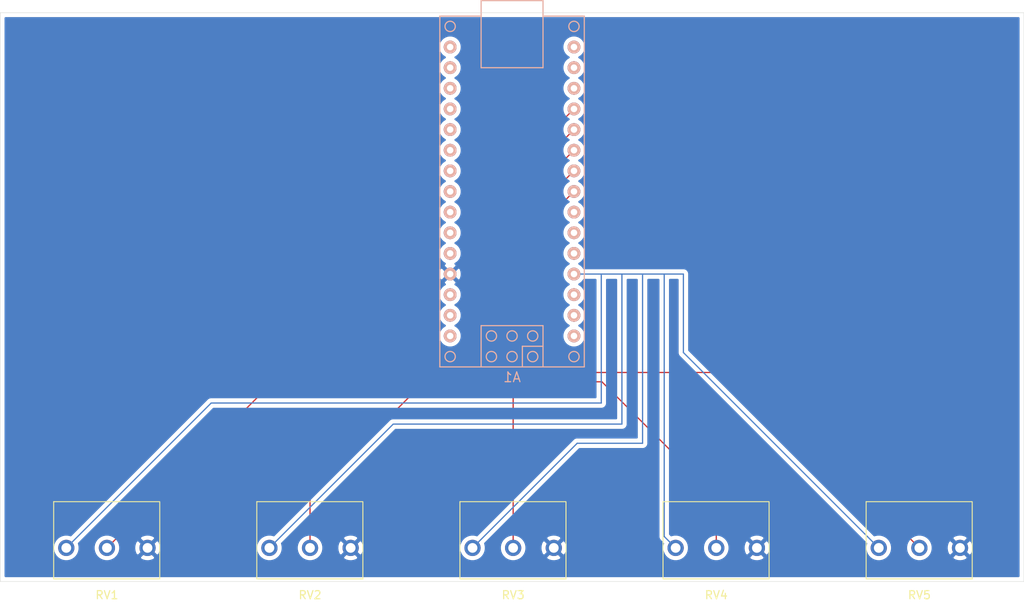
<source format=kicad_pcb>
(kicad_pcb (version 20171130) (host pcbnew "(5.1.10)-1")

  (general
    (thickness 1.6)
    (drawings 8)
    (tracks 49)
    (zones 0)
    (modules 6)
    (nets 31)
  )

  (page A4)
  (layers
    (0 F.Cu signal)
    (31 B.Cu power)
    (36 B.SilkS user)
    (37 F.SilkS user)
    (38 B.Mask user)
    (39 F.Mask user)
    (41 Cmts.User user)
    (44 Edge.Cuts user)
    (45 Margin user)
    (46 B.CrtYd user)
    (47 F.CrtYd user)
  )

  (setup
    (last_trace_width 0.1524)
    (trace_clearance 0.1524)
    (zone_clearance 0.508)
    (zone_45_only no)
    (trace_min 0.1524)
    (via_size 0.6858)
    (via_drill 0.254)
    (via_min_size 0.508)
    (via_min_drill 0.254)
    (uvia_size 0.381)
    (uvia_drill 0.254)
    (uvias_allowed no)
    (uvia_min_size 0.2)
    (uvia_min_drill 0.1)
    (edge_width 0.05)
    (segment_width 0.2)
    (pcb_text_width 0.3)
    (pcb_text_size 1.5 1.5)
    (mod_edge_width 0.12)
    (mod_text_size 1 1)
    (mod_text_width 0.15)
    (pad_size 1.524 1.524)
    (pad_drill 0.762)
    (pad_to_mask_clearance 0.0508)
    (aux_axis_origin 0 0)
    (visible_elements 7FFFFFFF)
    (pcbplotparams
      (layerselection 0x010fc_ffffffff)
      (usegerberextensions false)
      (usegerberattributes true)
      (usegerberadvancedattributes true)
      (creategerberjobfile true)
      (excludeedgelayer true)
      (linewidth 0.100000)
      (plotframeref false)
      (viasonmask false)
      (mode 1)
      (useauxorigin false)
      (hpglpennumber 1)
      (hpglpenspeed 20)
      (hpglpendiameter 15.000000)
      (psnegative false)
      (psa4output false)
      (plotreference true)
      (plotvalue true)
      (plotinvisibletext false)
      (padsonsilk false)
      (subtractmaskfromsilk false)
      (outputformat 1)
      (mirror false)
      (drillshape 1)
      (scaleselection 1)
      (outputdirectory ""))
  )

  (net 0 "")
  (net 1 "Net-(A1-Pad30)")
  (net 2 "Net-(A1-Pad1)")
  (net 3 "Net-(A1-Pad29)")
  (net 4 "Net-(A1-Pad2)")
  (net 5 "Net-(A1-Pad28)")
  (net 6 "Net-(A1-Pad3)")
  (net 7 PWR)
  (net 8 GND)
  (net 9 "Net-(A1-Pad26)")
  (net 10 "Net-(A1-Pad5)")
  (net 11 "Net-(A1-Pad25)")
  (net 12 "Net-(A1-Pad6)")
  (net 13 "Net-(A1-Pad24)")
  (net 14 "Net-(A1-Pad7)")
  (net 15 "Net-(A1-Pad23)")
  (net 16 "Net-(A1-Pad8)")
  (net 17 "Net-(A1-Pad22)")
  (net 18 "Net-(A1-Pad9)")
  (net 19 "Net-(A1-Pad21)")
  (net 20 "Net-(A1-Pad10)")
  (net 21 "Net-(A1-Pad20)")
  (net 22 "Net-(A1-Pad11)")
  (net 23 "Net-(A1-Pad19)")
  (net 24 "Net-(A1-Pad12)")
  (net 25 "Net-(A1-Pad18)")
  (net 26 "Net-(A1-Pad13)")
  (net 27 "Net-(A1-Pad17)")
  (net 28 "Net-(A1-Pad14)")
  (net 29 "Net-(A1-Pad16)")
  (net 30 "Net-(A1-Pad15)")

  (net_class Default "This is the default net class."
    (clearance 0.1524)
    (trace_width 0.1524)
    (via_dia 0.6858)
    (via_drill 0.254)
    (uvia_dia 0.381)
    (uvia_drill 0.254)
    (add_net GND)
    (add_net "Net-(A1-Pad1)")
    (add_net "Net-(A1-Pad10)")
    (add_net "Net-(A1-Pad11)")
    (add_net "Net-(A1-Pad12)")
    (add_net "Net-(A1-Pad13)")
    (add_net "Net-(A1-Pad14)")
    (add_net "Net-(A1-Pad15)")
    (add_net "Net-(A1-Pad16)")
    (add_net "Net-(A1-Pad17)")
    (add_net "Net-(A1-Pad18)")
    (add_net "Net-(A1-Pad19)")
    (add_net "Net-(A1-Pad2)")
    (add_net "Net-(A1-Pad20)")
    (add_net "Net-(A1-Pad21)")
    (add_net "Net-(A1-Pad22)")
    (add_net "Net-(A1-Pad23)")
    (add_net "Net-(A1-Pad24)")
    (add_net "Net-(A1-Pad25)")
    (add_net "Net-(A1-Pad26)")
    (add_net "Net-(A1-Pad28)")
    (add_net "Net-(A1-Pad29)")
    (add_net "Net-(A1-Pad3)")
    (add_net "Net-(A1-Pad30)")
    (add_net "Net-(A1-Pad5)")
    (add_net "Net-(A1-Pad6)")
    (add_net "Net-(A1-Pad7)")
    (add_net "Net-(A1-Pad8)")
    (add_net "Net-(A1-Pad9)")
    (add_net PWR)
  )

  (module libraries:arduino_nano locked (layer B.Cu) (tedit 5998B34A) (tstamp 60948343)
    (at 140.2008 72.9728 90)
    (path /60931B0C)
    (fp_text reference A1 (at -22.86 0) (layer B.SilkS)
      (effects (font (size 1.2 1.2) (thickness 0.15)) (justify mirror))
    )
    (fp_text value Arduino_Nano_v3 (at 0 0 270) (layer B.Fab)
      (effects (font (size 1.2 1.2) (thickness 0.15)) (justify mirror))
    )
    (fp_line (start 21.59 -3.81) (end 21.59 -8.89) (layer B.SilkS) (width 0.15))
    (fp_line (start 21.59 8.89) (end 21.59 3.81) (layer B.SilkS) (width 0.15))
    (fp_line (start 23.495 3.81) (end 23.495 -3.81) (layer B.SilkS) (width 0.15))
    (fp_line (start 23.495 -3.81) (end 15.24 -3.81) (layer B.SilkS) (width 0.15))
    (fp_line (start 15.24 -3.81) (end 15.24 3.81) (layer B.SilkS) (width 0.15))
    (fp_line (start 15.24 3.81) (end 23.495 3.81) (layer B.SilkS) (width 0.15))
    (fp_circle (center -20.32 0) (end -19.685 0) (layer B.SilkS) (width 0.15))
    (fp_circle (center -20.32 -2.54) (end -19.685 -2.54) (layer B.SilkS) (width 0.15))
    (fp_circle (center -17.78 -2.54) (end -17.145 -2.54) (layer B.SilkS) (width 0.15))
    (fp_circle (center -17.78 0) (end -17.145 0) (layer B.SilkS) (width 0.15))
    (fp_circle (center -17.78 2.54) (end -17.145 2.54) (layer B.SilkS) (width 0.15))
    (fp_circle (center -20.32 2.54) (end -20.32 1.905) (layer B.SilkS) (width 0.15))
    (fp_circle (center 20.32 -7.62) (end 20.955 -7.62) (layer B.SilkS) (width 0.15))
    (fp_circle (center 20.32 7.62) (end 20.955 7.62) (layer B.SilkS) (width 0.15))
    (fp_circle (center -20.32 -7.62) (end -19.685 -7.62) (layer B.SilkS) (width 0.15))
    (fp_circle (center -20.32 7.62) (end -19.685 7.62) (layer B.SilkS) (width 0.15))
    (fp_line (start -19.05 3.81) (end -19.05 1.27) (layer B.SilkS) (width 0.15))
    (fp_line (start -19.05 1.27) (end -21.59 1.27) (layer B.SilkS) (width 0.15))
    (fp_line (start -16.51 3.81) (end -21.59 3.81) (layer B.SilkS) (width 0.15))
    (fp_line (start -21.59 -3.81) (end -16.51 -3.81) (layer B.SilkS) (width 0.15))
    (fp_line (start -16.51 -3.81) (end -16.51 3.81) (layer B.SilkS) (width 0.15))
    (fp_line (start -21.59 8.89) (end -21.59 -8.89) (layer B.SilkS) (width 0.15))
    (fp_line (start -21.59 -8.89) (end 21.59 -8.89) (layer B.SilkS) (width 0.15))
    (fp_line (start 21.59 8.89) (end -21.59 8.89) (layer B.SilkS) (width 0.15))
    (pad 30 thru_hole circle (at -17.78 7.62 90) (size 1.5748 1.5748) (drill 0.8) (layers *.Cu *.Mask B.SilkS)
      (net 1 "Net-(A1-Pad30)"))
    (pad 1 thru_hole circle (at -17.78 -7.62 90) (size 1.5748 1.5748) (drill 0.8) (layers *.Cu *.Mask B.SilkS)
      (net 2 "Net-(A1-Pad1)"))
    (pad 29 thru_hole circle (at -15.24 7.62 90) (size 1.5748 1.5748) (drill 0.8) (layers *.Cu *.Mask B.SilkS)
      (net 3 "Net-(A1-Pad29)"))
    (pad 2 thru_hole circle (at -15.24 -7.62 90) (size 1.5748 1.5748) (drill 0.8) (layers *.Cu *.Mask B.SilkS)
      (net 4 "Net-(A1-Pad2)"))
    (pad 28 thru_hole circle (at -12.7 7.62 90) (size 1.5748 1.5748) (drill 0.8) (layers *.Cu *.Mask B.SilkS)
      (net 5 "Net-(A1-Pad28)"))
    (pad 3 thru_hole circle (at -12.7 -7.62 90) (size 1.5748 1.5748) (drill 0.8) (layers *.Cu *.Mask B.SilkS)
      (net 6 "Net-(A1-Pad3)"))
    (pad 27 thru_hole circle (at -10.16 7.62 90) (size 1.5748 1.5748) (drill 0.8) (layers *.Cu *.Mask B.SilkS)
      (net 7 PWR))
    (pad 4 thru_hole circle (at -10.16 -7.62 90) (size 1.5748 1.5748) (drill 0.8) (layers *.Cu *.Mask B.SilkS)
      (net 8 GND))
    (pad 26 thru_hole circle (at -7.62 7.62 90) (size 1.5748 1.5748) (drill 0.8) (layers *.Cu *.Mask B.SilkS)
      (net 9 "Net-(A1-Pad26)"))
    (pad 5 thru_hole circle (at -7.62 -7.62 90) (size 1.5748 1.5748) (drill 0.8) (layers *.Cu *.Mask B.SilkS)
      (net 10 "Net-(A1-Pad5)"))
    (pad 25 thru_hole circle (at -5.08 7.62 90) (size 1.5748 1.5748) (drill 0.8) (layers *.Cu *.Mask B.SilkS)
      (net 11 "Net-(A1-Pad25)"))
    (pad 6 thru_hole circle (at -5.08 -7.62 90) (size 1.5748 1.5748) (drill 0.8) (layers *.Cu *.Mask B.SilkS)
      (net 12 "Net-(A1-Pad6)"))
    (pad 24 thru_hole circle (at -2.54 7.62 90) (size 1.5748 1.5748) (drill 0.8) (layers *.Cu *.Mask B.SilkS)
      (net 13 "Net-(A1-Pad24)"))
    (pad 7 thru_hole circle (at -2.54 -7.62 90) (size 1.5748 1.5748) (drill 0.8) (layers *.Cu *.Mask B.SilkS)
      (net 14 "Net-(A1-Pad7)"))
    (pad 23 thru_hole circle (at 0 7.62 90) (size 1.5748 1.5748) (drill 0.8) (layers *.Cu *.Mask B.SilkS)
      (net 15 "Net-(A1-Pad23)"))
    (pad 8 thru_hole circle (at 0 -7.62 90) (size 1.5748 1.5748) (drill 0.8) (layers *.Cu *.Mask B.SilkS)
      (net 16 "Net-(A1-Pad8)"))
    (pad 22 thru_hole circle (at 2.54 7.62 90) (size 1.5748 1.5748) (drill 0.8) (layers *.Cu *.Mask B.SilkS)
      (net 17 "Net-(A1-Pad22)"))
    (pad 9 thru_hole circle (at 2.54 -7.62 90) (size 1.5748 1.5748) (drill 0.8) (layers *.Cu *.Mask B.SilkS)
      (net 18 "Net-(A1-Pad9)"))
    (pad 21 thru_hole circle (at 5.08 7.62 90) (size 1.5748 1.5748) (drill 0.8) (layers *.Cu *.Mask B.SilkS)
      (net 19 "Net-(A1-Pad21)"))
    (pad 10 thru_hole circle (at 5.08 -7.62 90) (size 1.5748 1.5748) (drill 0.8) (layers *.Cu *.Mask B.SilkS)
      (net 20 "Net-(A1-Pad10)"))
    (pad 20 thru_hole circle (at 7.62 7.62 90) (size 1.5748 1.5748) (drill 0.8) (layers *.Cu *.Mask B.SilkS)
      (net 21 "Net-(A1-Pad20)"))
    (pad 11 thru_hole circle (at 7.62 -7.62 90) (size 1.5748 1.5748) (drill 0.8) (layers *.Cu *.Mask B.SilkS)
      (net 22 "Net-(A1-Pad11)"))
    (pad 19 thru_hole circle (at 10.16 7.62 90) (size 1.5748 1.5748) (drill 0.8) (layers *.Cu *.Mask B.SilkS)
      (net 23 "Net-(A1-Pad19)"))
    (pad 12 thru_hole circle (at 10.16 -7.62 90) (size 1.5748 1.5748) (drill 0.8) (layers *.Cu *.Mask B.SilkS)
      (net 24 "Net-(A1-Pad12)"))
    (pad 18 thru_hole circle (at 12.7 7.62 90) (size 1.5748 1.5748) (drill 0.8) (layers *.Cu *.Mask B.SilkS)
      (net 25 "Net-(A1-Pad18)"))
    (pad 13 thru_hole circle (at 12.7 -7.62 90) (size 1.5748 1.5748) (drill 0.8) (layers *.Cu *.Mask B.SilkS)
      (net 26 "Net-(A1-Pad13)"))
    (pad 17 thru_hole circle (at 15.24 7.62 90) (size 1.5748 1.5748) (drill 0.8) (layers *.Cu *.Mask B.SilkS)
      (net 27 "Net-(A1-Pad17)"))
    (pad 14 thru_hole circle (at 15.24 -7.62 90) (size 1.5748 1.5748) (drill 0.8) (layers *.Cu *.Mask B.SilkS)
      (net 28 "Net-(A1-Pad14)"))
    (pad 16 thru_hole circle (at 17.78 7.62 90) (size 1.5748 1.5748) (drill 0.8) (layers *.Cu *.Mask B.SilkS)
      (net 29 "Net-(A1-Pad16)"))
    (pad 15 thru_hole circle (at 17.78 -7.62 90) (size 1.5748 1.5748) (drill 0.8) (layers *.Cu *.Mask B.SilkS)
      (net 30 "Net-(A1-Pad15)"))
  )

  (module Deej_Mixer:P160KN (layer F.Cu) (tedit 60941FA4) (tstamp 60948352)
    (at 90.335 116.84)
    (path /60874985)
    (fp_text reference RV1 (at 0 5.8) (layer F.SilkS)
      (effects (font (size 1 1) (thickness 0.15)))
    )
    (fp_text value P160KN-0QC15B10K (at 0 -7.5438) (layer F.Fab)
      (effects (font (size 1 1) (thickness 0.15)))
    )
    (fp_line (start -6.25 1.25) (end -6.25 -1.25) (layer F.CrtYd) (width 0.05))
    (fp_line (start 6.25 1.25) (end -6.25 1.25) (layer F.CrtYd) (width 0.05))
    (fp_line (start 6.25 -1.25) (end 6.25 1.25) (layer F.CrtYd) (width 0.05))
    (fp_line (start -6.25 -1.25) (end 6.25 -1.25) (layer F.CrtYd) (width 0.05))
    (fp_line (start 6.5024 3.81) (end -6.4976 3.81) (layer F.SilkS) (width 0.12))
    (fp_line (start -6.5532 -5.69) (end 6.4468 -5.69) (layer F.SilkS) (width 0.12))
    (fp_line (start -6.5532 3.81) (end -6.5532 -5.69) (layer F.SilkS) (width 0.12))
    (fp_line (start 6.5024 3.81) (end 6.5024 -5.69) (layer F.SilkS) (width 0.12))
    (pad 1 thru_hole circle (at -5 0) (size 2 2) (drill 1.2) (layers *.Cu *.Mask)
      (net 7 PWR))
    (pad 2 thru_hole circle (at 0 0) (size 2 2) (drill 1.2) (layers *.Cu *.Mask)
      (net 23 "Net-(A1-Pad19)"))
    (pad 3 thru_hole circle (at 5 0) (size 2 2) (drill 1.2) (layers *.Cu *.Mask)
      (net 8 GND))
  )

  (module Deej_Mixer:P160KN (layer F.Cu) (tedit 60941FA4) (tstamp 60948361)
    (at 115.335 116.84)
    (path /608763A4)
    (fp_text reference RV2 (at 0 5.8) (layer F.SilkS)
      (effects (font (size 1 1) (thickness 0.15)))
    )
    (fp_text value P160KN-0QC15B10K (at 0 -7.5438) (layer F.Fab)
      (effects (font (size 1 1) (thickness 0.15)))
    )
    (fp_line (start 6.5024 3.81) (end 6.5024 -5.69) (layer F.SilkS) (width 0.12))
    (fp_line (start -6.5532 3.81) (end -6.5532 -5.69) (layer F.SilkS) (width 0.12))
    (fp_line (start -6.5532 -5.69) (end 6.4468 -5.69) (layer F.SilkS) (width 0.12))
    (fp_line (start 6.5024 3.81) (end -6.4976 3.81) (layer F.SilkS) (width 0.12))
    (fp_line (start -6.25 -1.25) (end 6.25 -1.25) (layer F.CrtYd) (width 0.05))
    (fp_line (start 6.25 -1.25) (end 6.25 1.25) (layer F.CrtYd) (width 0.05))
    (fp_line (start 6.25 1.25) (end -6.25 1.25) (layer F.CrtYd) (width 0.05))
    (fp_line (start -6.25 1.25) (end -6.25 -1.25) (layer F.CrtYd) (width 0.05))
    (pad 3 thru_hole circle (at 5 0) (size 2 2) (drill 1.2) (layers *.Cu *.Mask)
      (net 8 GND))
    (pad 2 thru_hole circle (at 0 0) (size 2 2) (drill 1.2) (layers *.Cu *.Mask)
      (net 21 "Net-(A1-Pad20)"))
    (pad 1 thru_hole circle (at -5 0) (size 2 2) (drill 1.2) (layers *.Cu *.Mask)
      (net 7 PWR))
  )

  (module Deej_Mixer:P160KN (layer F.Cu) (tedit 60941FA4) (tstamp 60948370)
    (at 140.335 116.84)
    (path /6087653B)
    (fp_text reference RV3 (at 0 5.8) (layer F.SilkS)
      (effects (font (size 1 1) (thickness 0.15)))
    )
    (fp_text value P160KN-0QC15B10K (at 0 -7.5438) (layer F.Fab)
      (effects (font (size 1 1) (thickness 0.15)))
    )
    (fp_line (start -6.25 1.25) (end -6.25 -1.25) (layer F.CrtYd) (width 0.05))
    (fp_line (start 6.25 1.25) (end -6.25 1.25) (layer F.CrtYd) (width 0.05))
    (fp_line (start 6.25 -1.25) (end 6.25 1.25) (layer F.CrtYd) (width 0.05))
    (fp_line (start -6.25 -1.25) (end 6.25 -1.25) (layer F.CrtYd) (width 0.05))
    (fp_line (start 6.5024 3.81) (end -6.4976 3.81) (layer F.SilkS) (width 0.12))
    (fp_line (start -6.5532 -5.69) (end 6.4468 -5.69) (layer F.SilkS) (width 0.12))
    (fp_line (start -6.5532 3.81) (end -6.5532 -5.69) (layer F.SilkS) (width 0.12))
    (fp_line (start 6.5024 3.81) (end 6.5024 -5.69) (layer F.SilkS) (width 0.12))
    (pad 1 thru_hole circle (at -5 0) (size 2 2) (drill 1.2) (layers *.Cu *.Mask)
      (net 7 PWR))
    (pad 2 thru_hole circle (at 0 0) (size 2 2) (drill 1.2) (layers *.Cu *.Mask)
      (net 19 "Net-(A1-Pad21)"))
    (pad 3 thru_hole circle (at 5 0) (size 2 2) (drill 1.2) (layers *.Cu *.Mask)
      (net 8 GND))
  )

  (module Deej_Mixer:P160KN (layer F.Cu) (tedit 60941FA4) (tstamp 6094837F)
    (at 165.335 116.84)
    (path /6087667D)
    (fp_text reference RV4 (at 0 5.8) (layer F.SilkS)
      (effects (font (size 1 1) (thickness 0.15)))
    )
    (fp_text value P160KN-0QC15B10K (at 0 -7.5438) (layer F.Fab)
      (effects (font (size 1 1) (thickness 0.15)))
    )
    (fp_line (start 6.5024 3.81) (end 6.5024 -5.69) (layer F.SilkS) (width 0.12))
    (fp_line (start -6.5532 3.81) (end -6.5532 -5.69) (layer F.SilkS) (width 0.12))
    (fp_line (start -6.5532 -5.69) (end 6.4468 -5.69) (layer F.SilkS) (width 0.12))
    (fp_line (start 6.5024 3.81) (end -6.4976 3.81) (layer F.SilkS) (width 0.12))
    (fp_line (start -6.25 -1.25) (end 6.25 -1.25) (layer F.CrtYd) (width 0.05))
    (fp_line (start 6.25 -1.25) (end 6.25 1.25) (layer F.CrtYd) (width 0.05))
    (fp_line (start 6.25 1.25) (end -6.25 1.25) (layer F.CrtYd) (width 0.05))
    (fp_line (start -6.25 1.25) (end -6.25 -1.25) (layer F.CrtYd) (width 0.05))
    (pad 3 thru_hole circle (at 5 0) (size 2 2) (drill 1.2) (layers *.Cu *.Mask)
      (net 8 GND))
    (pad 2 thru_hole circle (at 0 0) (size 2 2) (drill 1.2) (layers *.Cu *.Mask)
      (net 17 "Net-(A1-Pad22)"))
    (pad 1 thru_hole circle (at -5 0) (size 2 2) (drill 1.2) (layers *.Cu *.Mask)
      (net 7 PWR))
  )

  (module Deej_Mixer:P160KN (layer F.Cu) (tedit 60941FA4) (tstamp 6094838E)
    (at 190.335 116.84)
    (path /608769F4)
    (fp_text reference RV5 (at 0 5.8) (layer F.SilkS)
      (effects (font (size 1 1) (thickness 0.15)))
    )
    (fp_text value P160KN-0QC15B10K (at 0 -7.5438) (layer F.Fab)
      (effects (font (size 1 1) (thickness 0.15)))
    )
    (fp_line (start -6.25 1.25) (end -6.25 -1.25) (layer F.CrtYd) (width 0.05))
    (fp_line (start 6.25 1.25) (end -6.25 1.25) (layer F.CrtYd) (width 0.05))
    (fp_line (start 6.25 -1.25) (end 6.25 1.25) (layer F.CrtYd) (width 0.05))
    (fp_line (start -6.25 -1.25) (end 6.25 -1.25) (layer F.CrtYd) (width 0.05))
    (fp_line (start 6.5024 3.81) (end -6.4976 3.81) (layer F.SilkS) (width 0.12))
    (fp_line (start -6.5532 -5.69) (end 6.4468 -5.69) (layer F.SilkS) (width 0.12))
    (fp_line (start -6.5532 3.81) (end -6.5532 -5.69) (layer F.SilkS) (width 0.12))
    (fp_line (start 6.5024 3.81) (end 6.5024 -5.69) (layer F.SilkS) (width 0.12))
    (pad 1 thru_hole circle (at -5 0) (size 2 2) (drill 1.2) (layers *.Cu *.Mask)
      (net 7 PWR))
    (pad 2 thru_hole circle (at 0 0) (size 2 2) (drill 1.2) (layers *.Cu *.Mask)
      (net 15 "Net-(A1-Pad23)"))
    (pad 3 thru_hole circle (at 5 0) (size 2 2) (drill 1.2) (layers *.Cu *.Mask)
      (net 8 GND))
  )

  (gr_text v1.1 (at 85.09 72.39) (layer F.Cu)
    (effects (font (size 1.5 1.5) (thickness 0.3)))
  )
  (gr_text "deej mixer" (at 88.646 65.786) (layer F.Cu)
    (effects (font (size 1.5 1.5) (thickness 0.3)))
  )
  (gr_text https://github.com/omriharel/deej (at 102.87 69.088) (layer F.Cu)
    (effects (font (size 1.5 1.5) (thickness 0.3)))
  )
  (gr_line (start 203.2008 50.9728) (end 203.2008 120.9728) (layer Edge.Cuts) (width 0.05))
  (gr_line (start 77.2008 50.9728) (end 77.2008 120.9728) (layer Edge.Cuts) (width 0.05))
  (gr_line (start 77.2008 120.9728) (end 203.2008 120.9728) (layer Edge.Cuts) (width 0.05))
  (gr_line (start 77.2008 50.9728) (end 203.2008 50.9728) (layer Edge.Cuts) (width 0.05))
  (dimension 5.658274 (width 0.15) (layer Dwgs.User)
    (gr_text "5.658 mm" (at 90.614391 67.959225 44.09061955) (layer Dwgs.User)
      (effects (font (size 1 1) (thickness 0.15)))
    )
    (feature1 (pts (xy 84.201 65.405) (xy 88.085885 69.415204)))
    (feature2 (pts (xy 88.265 61.468) (xy 92.149885 65.478204)))
    (crossbar (pts (xy 91.741857 65.057013) (xy 87.677857 68.994013)))
    (arrow1a (pts (xy 87.677857 68.994013) (xy 88.078929 67.789006)))
    (arrow1b (pts (xy 87.677857 68.994013) (xy 88.894986 68.631388)))
    (arrow2a (pts (xy 91.741857 65.057013) (xy 90.524728 65.419638)))
    (arrow2b (pts (xy 91.741857 65.057013) (xy 91.340785 66.26202)))
  )

  (segment (start 151.1822 83.1328) (end 151.1822 99.0078) (width 0.1524) (layer B.Cu) (net 7))
  (segment (start 147.8208 83.1328) (end 151.1822 83.1328) (width 0.1524) (layer B.Cu) (net 7))
  (segment (start 103.1672 99.0078) (end 85.335 116.84) (width 0.1524) (layer B.Cu) (net 7))
  (segment (start 151.1822 99.0078) (end 103.1672 99.0078) (width 0.1524) (layer B.Cu) (net 7))
  (segment (start 153.7222 83.1328) (end 153.7222 101.6) (width 0.1524) (layer B.Cu) (net 7))
  (segment (start 151.1822 83.1328) (end 153.7222 83.1328) (width 0.1524) (layer B.Cu) (net 7))
  (segment (start 125.575 101.6) (end 110.335 116.84) (width 0.1524) (layer B.Cu) (net 7))
  (segment (start 153.7222 101.6) (end 125.575 101.6) (width 0.1524) (layer B.Cu) (net 7))
  (segment (start 156.2622 83.1328) (end 156.2622 103.9608) (width 0.1524) (layer B.Cu) (net 7))
  (segment (start 153.7222 83.1328) (end 156.2622 83.1328) (width 0.1524) (layer B.Cu) (net 7))
  (segment (start 148.2142 103.9608) (end 135.335 116.84) (width 0.1524) (layer B.Cu) (net 7))
  (segment (start 156.2622 103.9608) (end 148.2142 103.9608) (width 0.1524) (layer B.Cu) (net 7))
  (segment (start 156.2622 83.1328) (end 158.9292 83.1328) (width 0.1524) (layer B.Cu) (net 7))
  (segment (start 158.9292 115.4342) (end 160.335 116.84) (width 0.1524) (layer B.Cu) (net 7))
  (segment (start 158.9292 83.1328) (end 158.9292 115.4342) (width 0.1524) (layer B.Cu) (net 7))
  (segment (start 158.9292 83.1328) (end 161.29 83.1328) (width 0.1524) (layer B.Cu) (net 7))
  (segment (start 161.29 92.795) (end 185.335 116.84) (width 0.1524) (layer B.Cu) (net 7))
  (segment (start 161.29 83.1328) (end 161.29 92.795) (width 0.1524) (layer B.Cu) (net 7))
  (segment (start 140.335 116.5726) (end 140.7032 116.9408) (width 0.1524) (layer F.Cu) (net 19))
  (segment (start 129.413 96.393) (end 115.335 110.471) (width 0.1524) (layer F.Cu) (net 21))
  (segment (start 115.335 110.471) (end 115.335 116.84) (width 0.1524) (layer F.Cu) (net 21))
  (segment (start 137.795 96.393) (end 129.413 96.393) (width 0.1524) (layer F.Cu) (net 21))
  (segment (start 151.257 96.393) (end 142.875 96.393) (width 0.1524) (layer F.Cu) (net 17) (tstamp 6094994F))
  (segment (start 165.335 110.471) (end 151.257 96.393) (width 0.1524) (layer F.Cu) (net 17) (tstamp 60949953))
  (segment (start 165.335 110.471) (end 165.335 116.84) (width 0.1524) (layer F.Cu) (net 17))
  (segment (start 111.925 95.25) (end 90.335 116.84) (width 0.1524) (layer F.Cu) (net 23))
  (segment (start 135.255 95.25) (end 111.925 95.25) (width 0.1524) (layer F.Cu) (net 23))
  (segment (start 168.745 95.25) (end 145.415 95.25) (width 0.1524) (layer F.Cu) (net 15) (tstamp 6094995C))
  (segment (start 168.745 95.25) (end 190.335 116.84) (width 0.1524) (layer F.Cu) (net 15))
  (segment (start 145.415 75.3786) (end 145.415 76.327) (width 0.1524) (layer F.Cu) (net 15))
  (segment (start 147.8208 72.9728) (end 145.415 75.3786) (width 0.1524) (layer F.Cu) (net 15))
  (segment (start 145.415 76.327) (end 145.415 95.25) (width 0.1524) (layer F.Cu) (net 15))
  (segment (start 145.415 76.2) (end 145.415 76.327) (width 0.1524) (layer F.Cu) (net 15))
  (segment (start 142.875 75.3786) (end 142.875 76.835) (width 0.1524) (layer F.Cu) (net 17))
  (segment (start 142.875 76.835) (end 142.875 96.393) (width 0.1524) (layer F.Cu) (net 17))
  (segment (start 147.8208 70.4328) (end 142.875 75.3786) (width 0.1524) (layer F.Cu) (net 17))
  (segment (start 142.875 76.2) (end 142.875 76.835) (width 0.1524) (layer F.Cu) (net 17))
  (segment (start 147.8208 67.8928) (end 140.335 75.3786) (width 0.1524) (layer F.Cu) (net 19))
  (segment (start 140.335 75.3786) (end 140.335 76.835) (width 0.1524) (layer F.Cu) (net 19))
  (segment (start 140.335 76.835) (end 140.335 116.84) (width 0.1524) (layer F.Cu) (net 19))
  (segment (start 140.335 76.2) (end 140.335 76.835) (width 0.1524) (layer F.Cu) (net 19))
  (segment (start 147.8208 65.3528) (end 137.795 75.3786) (width 0.1524) (layer F.Cu) (net 21))
  (segment (start 137.795 77.597) (end 137.795 96.393) (width 0.1524) (layer F.Cu) (net 21))
  (segment (start 137.795 75.3786) (end 137.795 77.597) (width 0.1524) (layer F.Cu) (net 21))
  (segment (start 137.795 76.2) (end 137.795 77.597) (width 0.1524) (layer F.Cu) (net 21))
  (segment (start 135.255 75.3786) (end 135.255 77.47) (width 0.1524) (layer F.Cu) (net 23))
  (segment (start 147.8208 62.8128) (end 135.255 75.3786) (width 0.1524) (layer F.Cu) (net 23))
  (segment (start 135.255 77.47) (end 135.255 95.25) (width 0.1524) (layer F.Cu) (net 23))
  (segment (start 135.255 76.2) (end 135.255 77.47) (width 0.1524) (layer F.Cu) (net 23))

  (zone (net 8) (net_name GND) (layer B.Cu) (tstamp 0) (hatch edge 0.508)
    (connect_pads (clearance 0.508))
    (min_thickness 0.254)
    (fill yes (arc_segments 32) (thermal_gap 0.508) (thermal_bridge_width 0.508))
    (polygon
      (pts
        (xy 202.946 120.904) (xy 77.216 120.904) (xy 77.216 50.927) (xy 202.946 50.927)
      )
    )
    (filled_polygon
      (pts
        (xy 202.540801 120.3128) (xy 77.8608 120.3128) (xy 77.8608 116.678967) (xy 83.7 116.678967) (xy 83.7 117.001033)
        (xy 83.762832 117.316912) (xy 83.886082 117.614463) (xy 84.065013 117.882252) (xy 84.292748 118.109987) (xy 84.560537 118.288918)
        (xy 84.858088 118.412168) (xy 85.173967 118.475) (xy 85.496033 118.475) (xy 85.811912 118.412168) (xy 86.109463 118.288918)
        (xy 86.377252 118.109987) (xy 86.604987 117.882252) (xy 86.783918 117.614463) (xy 86.907168 117.316912) (xy 86.97 117.001033)
        (xy 86.97 116.678967) (xy 88.7 116.678967) (xy 88.7 117.001033) (xy 88.762832 117.316912) (xy 88.886082 117.614463)
        (xy 89.065013 117.882252) (xy 89.292748 118.109987) (xy 89.560537 118.288918) (xy 89.858088 118.412168) (xy 90.173967 118.475)
        (xy 90.496033 118.475) (xy 90.811912 118.412168) (xy 91.109463 118.288918) (xy 91.377252 118.109987) (xy 91.511826 117.975413)
        (xy 94.379192 117.975413) (xy 94.474956 118.239814) (xy 94.764571 118.380704) (xy 95.076108 118.462384) (xy 95.397595 118.481718)
        (xy 95.716675 118.437961) (xy 96.021088 118.332795) (xy 96.195044 118.239814) (xy 96.290808 117.975413) (xy 95.335 117.019605)
        (xy 94.379192 117.975413) (xy 91.511826 117.975413) (xy 91.604987 117.882252) (xy 91.783918 117.614463) (xy 91.907168 117.316912)
        (xy 91.97 117.001033) (xy 91.97 116.902595) (xy 93.693282 116.902595) (xy 93.737039 117.221675) (xy 93.842205 117.526088)
        (xy 93.935186 117.700044) (xy 94.199587 117.795808) (xy 95.155395 116.84) (xy 95.514605 116.84) (xy 96.470413 117.795808)
        (xy 96.734814 117.700044) (xy 96.875704 117.410429) (xy 96.957384 117.098892) (xy 96.976718 116.777405) (xy 96.932961 116.458325)
        (xy 96.827795 116.153912) (xy 96.734814 115.979956) (xy 96.470413 115.884192) (xy 95.514605 116.84) (xy 95.155395 116.84)
        (xy 94.199587 115.884192) (xy 93.935186 115.979956) (xy 93.794296 116.269571) (xy 93.712616 116.581108) (xy 93.693282 116.902595)
        (xy 91.97 116.902595) (xy 91.97 116.678967) (xy 91.907168 116.363088) (xy 91.783918 116.065537) (xy 91.604987 115.797748)
        (xy 91.511826 115.704587) (xy 94.379192 115.704587) (xy 95.335 116.660395) (xy 96.290808 115.704587) (xy 96.195044 115.440186)
        (xy 95.905429 115.299296) (xy 95.593892 115.217616) (xy 95.272405 115.198282) (xy 94.953325 115.242039) (xy 94.648912 115.347205)
        (xy 94.474956 115.440186) (xy 94.379192 115.704587) (xy 91.511826 115.704587) (xy 91.377252 115.570013) (xy 91.109463 115.391082)
        (xy 90.811912 115.267832) (xy 90.496033 115.205) (xy 90.173967 115.205) (xy 89.858088 115.267832) (xy 89.560537 115.391082)
        (xy 89.292748 115.570013) (xy 89.065013 115.797748) (xy 88.886082 116.065537) (xy 88.762832 116.363088) (xy 88.7 116.678967)
        (xy 86.97 116.678967) (xy 86.907168 116.363088) (xy 86.880963 116.299824) (xy 103.461788 99.719) (xy 151.147264 99.719)
        (xy 151.1822 99.722441) (xy 151.217136 99.719) (xy 151.32162 99.708709) (xy 151.455681 99.668042) (xy 151.579233 99.602002)
        (xy 151.687527 99.513127) (xy 151.776402 99.404833) (xy 151.842442 99.281281) (xy 151.883109 99.14722) (xy 151.896841 99.0078)
        (xy 151.8934 98.972864) (xy 151.8934 83.844) (xy 153.011 83.844) (xy 153.011001 100.8888) (xy 125.609928 100.8888)
        (xy 125.575 100.88536) (xy 125.540071 100.8888) (xy 125.540064 100.8888) (xy 125.43558 100.899091) (xy 125.301518 100.939758)
        (xy 125.177967 101.005798) (xy 125.096809 101.072402) (xy 125.096804 101.072407) (xy 125.069673 101.094673) (xy 125.047407 101.121804)
        (xy 110.875176 115.294037) (xy 110.811912 115.267832) (xy 110.496033 115.205) (xy 110.173967 115.205) (xy 109.858088 115.267832)
        (xy 109.560537 115.391082) (xy 109.292748 115.570013) (xy 109.065013 115.797748) (xy 108.886082 116.065537) (xy 108.762832 116.363088)
        (xy 108.7 116.678967) (xy 108.7 117.001033) (xy 108.762832 117.316912) (xy 108.886082 117.614463) (xy 109.065013 117.882252)
        (xy 109.292748 118.109987) (xy 109.560537 118.288918) (xy 109.858088 118.412168) (xy 110.173967 118.475) (xy 110.496033 118.475)
        (xy 110.811912 118.412168) (xy 111.109463 118.288918) (xy 111.377252 118.109987) (xy 111.604987 117.882252) (xy 111.783918 117.614463)
        (xy 111.907168 117.316912) (xy 111.97 117.001033) (xy 111.97 116.678967) (xy 113.7 116.678967) (xy 113.7 117.001033)
        (xy 113.762832 117.316912) (xy 113.886082 117.614463) (xy 114.065013 117.882252) (xy 114.292748 118.109987) (xy 114.560537 118.288918)
        (xy 114.858088 118.412168) (xy 115.173967 118.475) (xy 115.496033 118.475) (xy 115.811912 118.412168) (xy 116.109463 118.288918)
        (xy 116.377252 118.109987) (xy 116.511826 117.975413) (xy 119.379192 117.975413) (xy 119.474956 118.239814) (xy 119.764571 118.380704)
        (xy 120.076108 118.462384) (xy 120.397595 118.481718) (xy 120.716675 118.437961) (xy 121.021088 118.332795) (xy 121.195044 118.239814)
        (xy 121.290808 117.975413) (xy 120.335 117.019605) (xy 119.379192 117.975413) (xy 116.511826 117.975413) (xy 116.604987 117.882252)
        (xy 116.783918 117.614463) (xy 116.907168 117.316912) (xy 116.97 117.001033) (xy 116.97 116.902595) (xy 118.693282 116.902595)
        (xy 118.737039 117.221675) (xy 118.842205 117.526088) (xy 118.935186 117.700044) (xy 119.199587 117.795808) (xy 120.155395 116.84)
        (xy 120.514605 116.84) (xy 121.470413 117.795808) (xy 121.734814 117.700044) (xy 121.875704 117.410429) (xy 121.957384 117.098892)
        (xy 121.976718 116.777405) (xy 121.932961 116.458325) (xy 121.827795 116.153912) (xy 121.734814 115.979956) (xy 121.470413 115.884192)
        (xy 120.514605 116.84) (xy 120.155395 116.84) (xy 119.199587 115.884192) (xy 118.935186 115.979956) (xy 118.794296 116.269571)
        (xy 118.712616 116.581108) (xy 118.693282 116.902595) (xy 116.97 116.902595) (xy 116.97 116.678967) (xy 116.907168 116.363088)
        (xy 116.783918 116.065537) (xy 116.604987 115.797748) (xy 116.511826 115.704587) (xy 119.379192 115.704587) (xy 120.335 116.660395)
        (xy 121.290808 115.704587) (xy 121.195044 115.440186) (xy 120.905429 115.299296) (xy 120.593892 115.217616) (xy 120.272405 115.198282)
        (xy 119.953325 115.242039) (xy 119.648912 115.347205) (xy 119.474956 115.440186) (xy 119.379192 115.704587) (xy 116.511826 115.704587)
        (xy 116.377252 115.570013) (xy 116.109463 115.391082) (xy 115.811912 115.267832) (xy 115.496033 115.205) (xy 115.173967 115.205)
        (xy 114.858088 115.267832) (xy 114.560537 115.391082) (xy 114.292748 115.570013) (xy 114.065013 115.797748) (xy 113.886082 116.065537)
        (xy 113.762832 116.363088) (xy 113.7 116.678967) (xy 111.97 116.678967) (xy 111.907168 116.363088) (xy 111.880963 116.299824)
        (xy 125.869589 102.3112) (xy 153.687264 102.3112) (xy 153.7222 102.314641) (xy 153.757136 102.3112) (xy 153.86162 102.300909)
        (xy 153.995681 102.260242) (xy 154.119233 102.194202) (xy 154.227527 102.105327) (xy 154.316402 101.997033) (xy 154.382442 101.873481)
        (xy 154.423109 101.73942) (xy 154.436841 101.6) (xy 154.4334 101.565064) (xy 154.4334 83.844) (xy 155.551 83.844)
        (xy 155.551001 103.2496) (xy 148.249125 103.2496) (xy 148.214199 103.24616) (xy 148.179273 103.2496) (xy 148.179264 103.2496)
        (xy 148.07478 103.259891) (xy 147.940719 103.300558) (xy 147.817167 103.366598) (xy 147.736008 103.433203) (xy 147.736004 103.433207)
        (xy 147.708873 103.455473) (xy 147.686607 103.482604) (xy 135.875176 115.294037) (xy 135.811912 115.267832) (xy 135.496033 115.205)
        (xy 135.173967 115.205) (xy 134.858088 115.267832) (xy 134.560537 115.391082) (xy 134.292748 115.570013) (xy 134.065013 115.797748)
        (xy 133.886082 116.065537) (xy 133.762832 116.363088) (xy 133.7 116.678967) (xy 133.7 117.001033) (xy 133.762832 117.316912)
        (xy 133.886082 117.614463) (xy 134.065013 117.882252) (xy 134.292748 118.109987) (xy 134.560537 118.288918) (xy 134.858088 118.412168)
        (xy 135.173967 118.475) (xy 135.496033 118.475) (xy 135.811912 118.412168) (xy 136.109463 118.288918) (xy 136.377252 118.109987)
        (xy 136.604987 117.882252) (xy 136.783918 117.614463) (xy 136.907168 117.316912) (xy 136.97 117.001033) (xy 136.97 116.678967)
        (xy 138.7 116.678967) (xy 138.7 117.001033) (xy 138.762832 117.316912) (xy 138.886082 117.614463) (xy 139.065013 117.882252)
        (xy 139.292748 118.109987) (xy 139.560537 118.288918) (xy 139.858088 118.412168) (xy 140.173967 118.475) (xy 140.496033 118.475)
        (xy 140.811912 118.412168) (xy 141.109463 118.288918) (xy 141.377252 118.109987) (xy 141.511826 117.975413) (xy 144.379192 117.975413)
        (xy 144.474956 118.239814) (xy 144.764571 118.380704) (xy 145.076108 118.462384) (xy 145.397595 118.481718) (xy 145.716675 118.437961)
        (xy 146.021088 118.332795) (xy 146.195044 118.239814) (xy 146.290808 117.975413) (xy 145.335 117.019605) (xy 144.379192 117.975413)
        (xy 141.511826 117.975413) (xy 141.604987 117.882252) (xy 141.783918 117.614463) (xy 141.907168 117.316912) (xy 141.97 117.001033)
        (xy 141.97 116.902595) (xy 143.693282 116.902595) (xy 143.737039 117.221675) (xy 143.842205 117.526088) (xy 143.935186 117.700044)
        (xy 144.199587 117.795808) (xy 145.155395 116.84) (xy 145.514605 116.84) (xy 146.470413 117.795808) (xy 146.734814 117.700044)
        (xy 146.875704 117.410429) (xy 146.957384 117.098892) (xy 146.976718 116.777405) (xy 146.932961 116.458325) (xy 146.827795 116.153912)
        (xy 146.734814 115.979956) (xy 146.470413 115.884192) (xy 145.514605 116.84) (xy 145.155395 116.84) (xy 144.199587 115.884192)
        (xy 143.935186 115.979956) (xy 143.794296 116.269571) (xy 143.712616 116.581108) (xy 143.693282 116.902595) (xy 141.97 116.902595)
        (xy 141.97 116.678967) (xy 141.907168 116.363088) (xy 141.783918 116.065537) (xy 141.604987 115.797748) (xy 141.511826 115.704587)
        (xy 144.379192 115.704587) (xy 145.335 116.660395) (xy 146.290808 115.704587) (xy 146.195044 115.440186) (xy 145.905429 115.299296)
        (xy 145.593892 115.217616) (xy 145.272405 115.198282) (xy 144.953325 115.242039) (xy 144.648912 115.347205) (xy 144.474956 115.440186)
        (xy 144.379192 115.704587) (xy 141.511826 115.704587) (xy 141.377252 115.570013) (xy 141.109463 115.391082) (xy 140.811912 115.267832)
        (xy 140.496033 115.205) (xy 140.173967 115.205) (xy 139.858088 115.267832) (xy 139.560537 115.391082) (xy 139.292748 115.570013)
        (xy 139.065013 115.797748) (xy 138.886082 116.065537) (xy 138.762832 116.363088) (xy 138.7 116.678967) (xy 136.97 116.678967)
        (xy 136.907168 116.363088) (xy 136.880963 116.299824) (xy 148.508789 104.672) (xy 156.227264 104.672) (xy 156.2622 104.675441)
        (xy 156.297136 104.672) (xy 156.40162 104.661709) (xy 156.535681 104.621042) (xy 156.659233 104.555002) (xy 156.767527 104.466127)
        (xy 156.856402 104.357833) (xy 156.922442 104.234281) (xy 156.963109 104.10022) (xy 156.976841 103.9608) (xy 156.9734 103.925864)
        (xy 156.9734 83.844) (xy 158.218 83.844) (xy 158.218001 115.399264) (xy 158.21456 115.4342) (xy 158.228292 115.573619)
        (xy 158.268959 115.707681) (xy 158.334998 115.831232) (xy 158.401603 115.91239) (xy 158.423874 115.939527) (xy 158.45101 115.961797)
        (xy 158.789037 116.299824) (xy 158.762832 116.363088) (xy 158.7 116.678967) (xy 158.7 117.001033) (xy 158.762832 117.316912)
        (xy 158.886082 117.614463) (xy 159.065013 117.882252) (xy 159.292748 118.109987) (xy 159.560537 118.288918) (xy 159.858088 118.412168)
        (xy 160.173967 118.475) (xy 160.496033 118.475) (xy 160.811912 118.412168) (xy 161.109463 118.288918) (xy 161.377252 118.109987)
        (xy 161.604987 117.882252) (xy 161.783918 117.614463) (xy 161.907168 117.316912) (xy 161.97 117.001033) (xy 161.97 116.678967)
        (xy 163.7 116.678967) (xy 163.7 117.001033) (xy 163.762832 117.316912) (xy 163.886082 117.614463) (xy 164.065013 117.882252)
        (xy 164.292748 118.109987) (xy 164.560537 118.288918) (xy 164.858088 118.412168) (xy 165.173967 118.475) (xy 165.496033 118.475)
        (xy 165.811912 118.412168) (xy 166.109463 118.288918) (xy 166.377252 118.109987) (xy 166.511826 117.975413) (xy 169.379192 117.975413)
        (xy 169.474956 118.239814) (xy 169.764571 118.380704) (xy 170.076108 118.462384) (xy 170.397595 118.481718) (xy 170.716675 118.437961)
        (xy 171.021088 118.332795) (xy 171.195044 118.239814) (xy 171.290808 117.975413) (xy 170.335 117.019605) (xy 169.379192 117.975413)
        (xy 166.511826 117.975413) (xy 166.604987 117.882252) (xy 166.783918 117.614463) (xy 166.907168 117.316912) (xy 166.97 117.001033)
        (xy 166.97 116.902595) (xy 168.693282 116.902595) (xy 168.737039 117.221675) (xy 168.842205 117.526088) (xy 168.935186 117.700044)
        (xy 169.199587 117.795808) (xy 170.155395 116.84) (xy 170.514605 116.84) (xy 171.470413 117.795808) (xy 171.734814 117.700044)
        (xy 171.875704 117.410429) (xy 171.957384 117.098892) (xy 171.976718 116.777405) (xy 171.932961 116.458325) (xy 171.827795 116.153912)
        (xy 171.734814 115.979956) (xy 171.470413 115.884192) (xy 170.514605 116.84) (xy 170.155395 116.84) (xy 169.199587 115.884192)
        (xy 168.935186 115.979956) (xy 168.794296 116.269571) (xy 168.712616 116.581108) (xy 168.693282 116.902595) (xy 166.97 116.902595)
        (xy 166.97 116.678967) (xy 166.907168 116.363088) (xy 166.783918 116.065537) (xy 166.604987 115.797748) (xy 166.511826 115.704587)
        (xy 169.379192 115.704587) (xy 170.335 116.660395) (xy 171.290808 115.704587) (xy 171.195044 115.440186) (xy 170.905429 115.299296)
        (xy 170.593892 115.217616) (xy 170.272405 115.198282) (xy 169.953325 115.242039) (xy 169.648912 115.347205) (xy 169.474956 115.440186)
        (xy 169.379192 115.704587) (xy 166.511826 115.704587) (xy 166.377252 115.570013) (xy 166.109463 115.391082) (xy 165.811912 115.267832)
        (xy 165.496033 115.205) (xy 165.173967 115.205) (xy 164.858088 115.267832) (xy 164.560537 115.391082) (xy 164.292748 115.570013)
        (xy 164.065013 115.797748) (xy 163.886082 116.065537) (xy 163.762832 116.363088) (xy 163.7 116.678967) (xy 161.97 116.678967)
        (xy 161.907168 116.363088) (xy 161.783918 116.065537) (xy 161.604987 115.797748) (xy 161.377252 115.570013) (xy 161.109463 115.391082)
        (xy 160.811912 115.267832) (xy 160.496033 115.205) (xy 160.173967 115.205) (xy 159.858088 115.267832) (xy 159.794824 115.294037)
        (xy 159.6404 115.139613) (xy 159.6404 83.844) (xy 160.5788 83.844) (xy 160.578801 92.760064) (xy 160.57536 92.795)
        (xy 160.578801 92.829936) (xy 160.589092 92.93442) (xy 160.629759 93.068481) (xy 160.695799 93.192033) (xy 160.784674 93.300327)
        (xy 160.81181 93.322597) (xy 183.789037 116.299825) (xy 183.762832 116.363088) (xy 183.7 116.678967) (xy 183.7 117.001033)
        (xy 183.762832 117.316912) (xy 183.886082 117.614463) (xy 184.065013 117.882252) (xy 184.292748 118.109987) (xy 184.560537 118.288918)
        (xy 184.858088 118.412168) (xy 185.173967 118.475) (xy 185.496033 118.475) (xy 185.811912 118.412168) (xy 186.109463 118.288918)
        (xy 186.377252 118.109987) (xy 186.604987 117.882252) (xy 186.783918 117.614463) (xy 186.907168 117.316912) (xy 186.97 117.001033)
        (xy 186.97 116.678967) (xy 188.7 116.678967) (xy 188.7 117.001033) (xy 188.762832 117.316912) (xy 188.886082 117.614463)
        (xy 189.065013 117.882252) (xy 189.292748 118.109987) (xy 189.560537 118.288918) (xy 189.858088 118.412168) (xy 190.173967 118.475)
        (xy 190.496033 118.475) (xy 190.811912 118.412168) (xy 191.109463 118.288918) (xy 191.377252 118.109987) (xy 191.511826 117.975413)
        (xy 194.379192 117.975413) (xy 194.474956 118.239814) (xy 194.764571 118.380704) (xy 195.076108 118.462384) (xy 195.397595 118.481718)
        (xy 195.716675 118.437961) (xy 196.021088 118.332795) (xy 196.195044 118.239814) (xy 196.290808 117.975413) (xy 195.335 117.019605)
        (xy 194.379192 117.975413) (xy 191.511826 117.975413) (xy 191.604987 117.882252) (xy 191.783918 117.614463) (xy 191.907168 117.316912)
        (xy 191.97 117.001033) (xy 191.97 116.902595) (xy 193.693282 116.902595) (xy 193.737039 117.221675) (xy 193.842205 117.526088)
        (xy 193.935186 117.700044) (xy 194.199587 117.795808) (xy 195.155395 116.84) (xy 195.514605 116.84) (xy 196.470413 117.795808)
        (xy 196.734814 117.700044) (xy 196.875704 117.410429) (xy 196.957384 117.098892) (xy 196.976718 116.777405) (xy 196.932961 116.458325)
        (xy 196.827795 116.153912) (xy 196.734814 115.979956) (xy 196.470413 115.884192) (xy 195.514605 116.84) (xy 195.155395 116.84)
        (xy 194.199587 115.884192) (xy 193.935186 115.979956) (xy 193.794296 116.269571) (xy 193.712616 116.581108) (xy 193.693282 116.902595)
        (xy 191.97 116.902595) (xy 191.97 116.678967) (xy 191.907168 116.363088) (xy 191.783918 116.065537) (xy 191.604987 115.797748)
        (xy 191.511826 115.704587) (xy 194.379192 115.704587) (xy 195.335 116.660395) (xy 196.290808 115.704587) (xy 196.195044 115.440186)
        (xy 195.905429 115.299296) (xy 195.593892 115.217616) (xy 195.272405 115.198282) (xy 194.953325 115.242039) (xy 194.648912 115.347205)
        (xy 194.474956 115.440186) (xy 194.379192 115.704587) (xy 191.511826 115.704587) (xy 191.377252 115.570013) (xy 191.109463 115.391082)
        (xy 190.811912 115.267832) (xy 190.496033 115.205) (xy 190.173967 115.205) (xy 189.858088 115.267832) (xy 189.560537 115.391082)
        (xy 189.292748 115.570013) (xy 189.065013 115.797748) (xy 188.886082 116.065537) (xy 188.762832 116.363088) (xy 188.7 116.678967)
        (xy 186.97 116.678967) (xy 186.907168 116.363088) (xy 186.783918 116.065537) (xy 186.604987 115.797748) (xy 186.377252 115.570013)
        (xy 186.109463 115.391082) (xy 185.811912 115.267832) (xy 185.496033 115.205) (xy 185.173967 115.205) (xy 184.858088 115.267832)
        (xy 184.794825 115.294037) (xy 162.0012 92.500413) (xy 162.0012 83.167736) (xy 162.004641 83.1328) (xy 161.990909 82.99338)
        (xy 161.950242 82.859319) (xy 161.884202 82.735767) (xy 161.795327 82.627473) (xy 161.687033 82.538598) (xy 161.563481 82.472558)
        (xy 161.42942 82.431891) (xy 161.324936 82.4216) (xy 161.29 82.418159) (xy 161.255064 82.4216) (xy 158.964136 82.4216)
        (xy 158.9292 82.418159) (xy 158.894264 82.4216) (xy 156.297136 82.4216) (xy 156.2622 82.418159) (xy 156.227264 82.4216)
        (xy 153.757136 82.4216) (xy 153.7222 82.418159) (xy 153.687264 82.4216) (xy 151.217136 82.4216) (xy 151.1822 82.418159)
        (xy 151.147264 82.4216) (xy 149.056297 82.4216) (xy 148.92565 82.226073) (xy 148.727527 82.02795) (xy 148.494559 81.872286)
        (xy 148.471658 81.8628) (xy 148.494559 81.853314) (xy 148.727527 81.69765) (xy 148.92565 81.499527) (xy 149.081314 81.266559)
        (xy 149.188538 81.007699) (xy 149.2432 80.732894) (xy 149.2432 80.452706) (xy 149.188538 80.177901) (xy 149.081314 79.919041)
        (xy 148.92565 79.686073) (xy 148.727527 79.48795) (xy 148.494559 79.332286) (xy 148.471658 79.3228) (xy 148.494559 79.313314)
        (xy 148.727527 79.15765) (xy 148.92565 78.959527) (xy 149.081314 78.726559) (xy 149.188538 78.467699) (xy 149.2432 78.192894)
        (xy 149.2432 77.912706) (xy 149.188538 77.637901) (xy 149.081314 77.379041) (xy 148.92565 77.146073) (xy 148.727527 76.94795)
        (xy 148.494559 76.792286) (xy 148.471658 76.7828) (xy 148.494559 76.773314) (xy 148.727527 76.61765) (xy 148.92565 76.419527)
        (xy 149.081314 76.186559) (xy 149.188538 75.927699) (xy 149.2432 75.652894) (xy 149.2432 75.372706) (xy 149.188538 75.097901)
        (xy 149.081314 74.839041) (xy 148.92565 74.606073) (xy 148.727527 74.40795) (xy 148.494559 74.252286) (xy 148.471658 74.2428)
        (xy 148.494559 74.233314) (xy 148.727527 74.07765) (xy 148.92565 73.879527) (xy 149.081314 73.646559) (xy 149.188538 73.387699)
        (xy 149.2432 73.112894) (xy 149.2432 72.832706) (xy 149.188538 72.557901) (xy 149.081314 72.299041) (xy 148.92565 72.066073)
        (xy 148.727527 71.86795) (xy 148.494559 71.712286) (xy 148.471658 71.7028) (xy 148.494559 71.693314) (xy 148.727527 71.53765)
        (xy 148.92565 71.339527) (xy 149.081314 71.106559) (xy 149.188538 70.847699) (xy 149.2432 70.572894) (xy 149.2432 70.292706)
        (xy 149.188538 70.017901) (xy 149.081314 69.759041) (xy 148.92565 69.526073) (xy 148.727527 69.32795) (xy 148.494559 69.172286)
        (xy 148.471658 69.1628) (xy 148.494559 69.153314) (xy 148.727527 68.99765) (xy 148.92565 68.799527) (xy 149.081314 68.566559)
        (xy 149.188538 68.307699) (xy 149.2432 68.032894) (xy 149.2432 67.752706) (xy 149.188538 67.477901) (xy 149.081314 67.219041)
        (xy 148.92565 66.986073) (xy 148.727527 66.78795) (xy 148.494559 66.632286) (xy 148.471658 66.6228) (xy 148.494559 66.613314)
        (xy 148.727527 66.45765) (xy 148.92565 66.259527) (xy 149.081314 66.026559) (xy 149.188538 65.767699) (xy 149.2432 65.492894)
        (xy 149.2432 65.212706) (xy 149.188538 64.937901) (xy 149.081314 64.679041) (xy 148.92565 64.446073) (xy 148.727527 64.24795)
        (xy 148.494559 64.092286) (xy 148.471658 64.0828) (xy 148.494559 64.073314) (xy 148.727527 63.91765) (xy 148.92565 63.719527)
        (xy 149.081314 63.486559) (xy 149.188538 63.227699) (xy 149.2432 62.952894) (xy 149.2432 62.672706) (xy 149.188538 62.397901)
        (xy 149.081314 62.139041) (xy 148.92565 61.906073) (xy 148.727527 61.70795) (xy 148.494559 61.552286) (xy 148.471658 61.5428)
        (xy 148.494559 61.533314) (xy 148.727527 61.37765) (xy 148.92565 61.179527) (xy 149.081314 60.946559) (xy 149.188538 60.687699)
        (xy 149.2432 60.412894) (xy 149.2432 60.132706) (xy 149.188538 59.857901) (xy 149.081314 59.599041) (xy 148.92565 59.366073)
        (xy 148.727527 59.16795) (xy 148.494559 59.012286) (xy 148.471658 59.0028) (xy 148.494559 58.993314) (xy 148.727527 58.83765)
        (xy 148.92565 58.639527) (xy 149.081314 58.406559) (xy 149.188538 58.147699) (xy 149.2432 57.872894) (xy 149.2432 57.592706)
        (xy 149.188538 57.317901) (xy 149.081314 57.059041) (xy 148.92565 56.826073) (xy 148.727527 56.62795) (xy 148.494559 56.472286)
        (xy 148.471658 56.4628) (xy 148.494559 56.453314) (xy 148.727527 56.29765) (xy 148.92565 56.099527) (xy 149.081314 55.866559)
        (xy 149.188538 55.607699) (xy 149.2432 55.332894) (xy 149.2432 55.052706) (xy 149.188538 54.777901) (xy 149.081314 54.519041)
        (xy 148.92565 54.286073) (xy 148.727527 54.08795) (xy 148.494559 53.932286) (xy 148.235699 53.825062) (xy 147.960894 53.7704)
        (xy 147.680706 53.7704) (xy 147.405901 53.825062) (xy 147.147041 53.932286) (xy 146.914073 54.08795) (xy 146.71595 54.286073)
        (xy 146.560286 54.519041) (xy 146.453062 54.777901) (xy 146.3984 55.052706) (xy 146.3984 55.332894) (xy 146.453062 55.607699)
        (xy 146.560286 55.866559) (xy 146.71595 56.099527) (xy 146.914073 56.29765) (xy 147.147041 56.453314) (xy 147.169942 56.4628)
        (xy 147.147041 56.472286) (xy 146.914073 56.62795) (xy 146.71595 56.826073) (xy 146.560286 57.059041) (xy 146.453062 57.317901)
        (xy 146.3984 57.592706) (xy 146.3984 57.872894) (xy 146.453062 58.147699) (xy 146.560286 58.406559) (xy 146.71595 58.639527)
        (xy 146.914073 58.83765) (xy 147.147041 58.993314) (xy 147.169942 59.0028) (xy 147.147041 59.012286) (xy 146.914073 59.16795)
        (xy 146.71595 59.366073) (xy 146.560286 59.599041) (xy 146.453062 59.857901) (xy 146.3984 60.132706) (xy 146.3984 60.412894)
        (xy 146.453062 60.687699) (xy 146.560286 60.946559) (xy 146.71595 61.179527) (xy 146.914073 61.37765) (xy 147.147041 61.533314)
        (xy 147.169942 61.5428) (xy 147.147041 61.552286) (xy 146.914073 61.70795) (xy 146.71595 61.906073) (xy 146.560286 62.139041)
        (xy 146.453062 62.397901) (xy 146.3984 62.672706) (xy 146.3984 62.952894) (xy 146.453062 63.227699) (xy 146.560286 63.486559)
        (xy 146.71595 63.719527) (xy 146.914073 63.91765) (xy 147.147041 64.073314) (xy 147.169942 64.0828) (xy 147.147041 64.092286)
        (xy 146.914073 64.24795) (xy 146.71595 64.446073) (xy 146.560286 64.679041) (xy 146.453062 64.937901) (xy 146.3984 65.212706)
        (xy 146.3984 65.492894) (xy 146.453062 65.767699) (xy 146.560286 66.026559) (xy 146.71595 66.259527) (xy 146.914073 66.45765)
        (xy 147.147041 66.613314) (xy 147.169942 66.6228) (xy 147.147041 66.632286) (xy 146.914073 66.78795) (xy 146.71595 66.986073)
        (xy 146.560286 67.219041) (xy 146.453062 67.477901) (xy 146.3984 67.752706) (xy 146.3984 68.032894) (xy 146.453062 68.307699)
        (xy 146.560286 68.566559) (xy 146.71595 68.799527) (xy 146.914073 68.99765) (xy 147.147041 69.153314) (xy 147.169942 69.1628)
        (xy 147.147041 69.172286) (xy 146.914073 69.32795) (xy 146.71595 69.526073) (xy 146.560286 69.759041) (xy 146.453062 70.017901)
        (xy 146.3984 70.292706) (xy 146.3984 70.572894) (xy 146.453062 70.847699) (xy 146.560286 71.106559) (xy 146.71595 71.339527)
        (xy 146.914073 71.53765) (xy 147.147041 71.693314) (xy 147.169942 71.7028) (xy 147.147041 71.712286) (xy 146.914073 71.86795)
        (xy 146.71595 72.066073) (xy 146.560286 72.299041) (xy 146.453062 72.557901) (xy 146.3984 72.832706) (xy 146.3984 73.112894)
        (xy 146.453062 73.387699) (xy 146.560286 73.646559) (xy 146.71595 73.879527) (xy 146.914073 74.07765) (xy 147.147041 74.233314)
        (xy 147.169942 74.2428) (xy 147.147041 74.252286) (xy 146.914073 74.40795) (xy 146.71595 74.606073) (xy 146.560286 74.839041)
        (xy 146.453062 75.097901) (xy 146.3984 75.372706) (xy 146.3984 75.652894) (xy 146.453062 75.927699) (xy 146.560286 76.186559)
        (xy 146.71595 76.419527) (xy 146.914073 76.61765) (xy 147.147041 76.773314) (xy 147.169942 76.7828) (xy 147.147041 76.792286)
        (xy 146.914073 76.94795) (xy 146.71595 77.146073) (xy 146.560286 77.379041) (xy 146.453062 77.637901) (xy 146.3984 77.912706)
        (xy 146.3984 78.192894) (xy 146.453062 78.467699) (xy 146.560286 78.726559) (xy 146.71595 78.959527) (xy 146.914073 79.15765)
        (xy 147.147041 79.313314) (xy 147.169942 79.3228) (xy 147.147041 79.332286) (xy 146.914073 79.48795) (xy 146.71595 79.686073)
        (xy 146.560286 79.919041) (xy 146.453062 80.177901) (xy 146.3984 80.452706) (xy 146.3984 80.732894) (xy 146.453062 81.007699)
        (xy 146.560286 81.266559) (xy 146.71595 81.499527) (xy 146.914073 81.69765) (xy 147.147041 81.853314) (xy 147.169942 81.8628)
        (xy 147.147041 81.872286) (xy 146.914073 82.02795) (xy 146.71595 82.226073) (xy 146.560286 82.459041) (xy 146.453062 82.717901)
        (xy 146.3984 82.992706) (xy 146.3984 83.272894) (xy 146.453062 83.547699) (xy 146.560286 83.806559) (xy 146.71595 84.039527)
        (xy 146.914073 84.23765) (xy 147.147041 84.393314) (xy 147.169942 84.4028) (xy 147.147041 84.412286) (xy 146.914073 84.56795)
        (xy 146.71595 84.766073) (xy 146.560286 84.999041) (xy 146.453062 85.257901) (xy 146.3984 85.532706) (xy 146.3984 85.812894)
        (xy 146.453062 86.087699) (xy 146.560286 86.346559) (xy 146.71595 86.579527) (xy 146.914073 86.77765) (xy 147.147041 86.933314)
        (xy 147.169942 86.9428) (xy 147.147041 86.952286) (xy 146.914073 87.10795) (xy 146.71595 87.306073) (xy 146.560286 87.539041)
        (xy 146.453062 87.797901) (xy 146.3984 88.072706) (xy 146.3984 88.352894) (xy 146.453062 88.627699) (xy 146.560286 88.886559)
        (xy 146.71595 89.119527) (xy 146.914073 89.31765) (xy 147.147041 89.473314) (xy 147.169942 89.4828) (xy 147.147041 89.492286)
        (xy 146.914073 89.64795) (xy 146.71595 89.846073) (xy 146.560286 90.079041) (xy 146.453062 90.337901) (xy 146.3984 90.612706)
        (xy 146.3984 90.892894) (xy 146.453062 91.167699) (xy 146.560286 91.426559) (xy 146.71595 91.659527) (xy 146.914073 91.85765)
        (xy 147.147041 92.013314) (xy 147.405901 92.120538) (xy 147.680706 92.1752) (xy 147.960894 92.1752) (xy 148.235699 92.120538)
        (xy 148.494559 92.013314) (xy 148.727527 91.85765) (xy 148.92565 91.659527) (xy 149.081314 91.426559) (xy 149.188538 91.167699)
        (xy 149.2432 90.892894) (xy 149.2432 90.612706) (xy 149.188538 90.337901) (xy 149.081314 90.079041) (xy 148.92565 89.846073)
        (xy 148.727527 89.64795) (xy 148.494559 89.492286) (xy 148.471658 89.4828) (xy 148.494559 89.473314) (xy 148.727527 89.31765)
        (xy 148.92565 89.119527) (xy 149.081314 88.886559) (xy 149.188538 88.627699) (xy 149.2432 88.352894) (xy 149.2432 88.072706)
        (xy 149.188538 87.797901) (xy 149.081314 87.539041) (xy 148.92565 87.306073) (xy 148.727527 87.10795) (xy 148.494559 86.952286)
        (xy 148.471658 86.9428) (xy 148.494559 86.933314) (xy 148.727527 86.77765) (xy 148.92565 86.579527) (xy 149.081314 86.346559)
        (xy 149.188538 86.087699) (xy 149.2432 85.812894) (xy 149.2432 85.532706) (xy 149.188538 85.257901) (xy 149.081314 84.999041)
        (xy 148.92565 84.766073) (xy 148.727527 84.56795) (xy 148.494559 84.412286) (xy 148.471658 84.4028) (xy 148.494559 84.393314)
        (xy 148.727527 84.23765) (xy 148.92565 84.039527) (xy 149.056297 83.844) (xy 150.471 83.844) (xy 150.471001 98.2966)
        (xy 103.202125 98.2966) (xy 103.167199 98.29316) (xy 103.132273 98.2966) (xy 103.132264 98.2966) (xy 103.02778 98.306891)
        (xy 102.893719 98.347558) (xy 102.770167 98.413598) (xy 102.661873 98.502473) (xy 102.639603 98.529609) (xy 85.875176 115.294037)
        (xy 85.811912 115.267832) (xy 85.496033 115.205) (xy 85.173967 115.205) (xy 84.858088 115.267832) (xy 84.560537 115.391082)
        (xy 84.292748 115.570013) (xy 84.065013 115.797748) (xy 83.886082 116.065537) (xy 83.762832 116.363088) (xy 83.7 116.678967)
        (xy 77.8608 116.678967) (xy 77.8608 85.532706) (xy 131.1584 85.532706) (xy 131.1584 85.812894) (xy 131.213062 86.087699)
        (xy 131.320286 86.346559) (xy 131.47595 86.579527) (xy 131.674073 86.77765) (xy 131.907041 86.933314) (xy 131.929942 86.9428)
        (xy 131.907041 86.952286) (xy 131.674073 87.10795) (xy 131.47595 87.306073) (xy 131.320286 87.539041) (xy 131.213062 87.797901)
        (xy 131.1584 88.072706) (xy 131.1584 88.352894) (xy 131.213062 88.627699) (xy 131.320286 88.886559) (xy 131.47595 89.119527)
        (xy 131.674073 89.31765) (xy 131.907041 89.473314) (xy 131.929942 89.4828) (xy 131.907041 89.492286) (xy 131.674073 89.64795)
        (xy 131.47595 89.846073) (xy 131.320286 90.079041) (xy 131.213062 90.337901) (xy 131.1584 90.612706) (xy 131.1584 90.892894)
        (xy 131.213062 91.167699) (xy 131.320286 91.426559) (xy 131.47595 91.659527) (xy 131.674073 91.85765) (xy 131.907041 92.013314)
        (xy 132.165901 92.120538) (xy 132.440706 92.1752) (xy 132.720894 92.1752) (xy 132.995699 92.120538) (xy 133.254559 92.013314)
        (xy 133.487527 91.85765) (xy 133.68565 91.659527) (xy 133.841314 91.426559) (xy 133.948538 91.167699) (xy 134.0032 90.892894)
        (xy 134.0032 90.612706) (xy 133.948538 90.337901) (xy 133.841314 90.079041) (xy 133.68565 89.846073) (xy 133.487527 89.64795)
        (xy 133.254559 89.492286) (xy 133.231658 89.4828) (xy 133.254559 89.473314) (xy 133.487527 89.31765) (xy 133.68565 89.119527)
        (xy 133.841314 88.886559) (xy 133.948538 88.627699) (xy 134.0032 88.352894) (xy 134.0032 88.072706) (xy 133.948538 87.797901)
        (xy 133.841314 87.539041) (xy 133.68565 87.306073) (xy 133.487527 87.10795) (xy 133.254559 86.952286) (xy 133.231658 86.9428)
        (xy 133.254559 86.933314) (xy 133.487527 86.77765) (xy 133.68565 86.579527) (xy 133.841314 86.346559) (xy 133.948538 86.087699)
        (xy 134.0032 85.812894) (xy 134.0032 85.532706) (xy 133.948538 85.257901) (xy 133.841314 84.999041) (xy 133.68565 84.766073)
        (xy 133.487527 84.56795) (xy 133.254559 84.412286) (xy 133.232555 84.403172) (xy 133.314843 84.359188) (xy 133.3849 84.116505)
        (xy 132.5808 83.312405) (xy 131.7767 84.116505) (xy 131.846757 84.359188) (xy 131.934828 84.400776) (xy 131.907041 84.412286)
        (xy 131.674073 84.56795) (xy 131.47595 84.766073) (xy 131.320286 84.999041) (xy 131.213062 85.257901) (xy 131.1584 85.532706)
        (xy 77.8608 85.532706) (xy 77.8608 83.20381) (xy 131.153283 83.20381) (xy 131.194566 83.48094) (xy 131.289121 83.744692)
        (xy 131.354412 83.866843) (xy 131.597095 83.9369) (xy 132.401195 83.1328) (xy 132.760405 83.1328) (xy 133.564505 83.9369)
        (xy 133.807188 83.866843) (xy 133.926828 83.613482) (xy 133.994741 83.341649) (xy 134.008317 83.06179) (xy 133.967034 82.78466)
        (xy 133.872479 82.520908) (xy 133.807188 82.398757) (xy 133.564505 82.3287) (xy 132.760405 83.1328) (xy 132.401195 83.1328)
        (xy 131.597095 82.3287) (xy 131.354412 82.398757) (xy 131.234772 82.652118) (xy 131.166859 82.923951) (xy 131.153283 83.20381)
        (xy 77.8608 83.20381) (xy 77.8608 55.052706) (xy 131.1584 55.052706) (xy 131.1584 55.332894) (xy 131.213062 55.607699)
        (xy 131.320286 55.866559) (xy 131.47595 56.099527) (xy 131.674073 56.29765) (xy 131.907041 56.453314) (xy 131.929942 56.4628)
        (xy 131.907041 56.472286) (xy 131.674073 56.62795) (xy 131.47595 56.826073) (xy 131.320286 57.059041) (xy 131.213062 57.317901)
        (xy 131.1584 57.592706) (xy 131.1584 57.872894) (xy 131.213062 58.147699) (xy 131.320286 58.406559) (xy 131.47595 58.639527)
        (xy 131.674073 58.83765) (xy 131.907041 58.993314) (xy 131.929942 59.0028) (xy 131.907041 59.012286) (xy 131.674073 59.16795)
        (xy 131.47595 59.366073) (xy 131.320286 59.599041) (xy 131.213062 59.857901) (xy 131.1584 60.132706) (xy 131.1584 60.412894)
        (xy 131.213062 60.687699) (xy 131.320286 60.946559) (xy 131.47595 61.179527) (xy 131.674073 61.37765) (xy 131.907041 61.533314)
        (xy 131.929942 61.5428) (xy 131.907041 61.552286) (xy 131.674073 61.70795) (xy 131.47595 61.906073) (xy 131.320286 62.139041)
        (xy 131.213062 62.397901) (xy 131.1584 62.672706) (xy 131.1584 62.952894) (xy 131.213062 63.227699) (xy 131.320286 63.486559)
        (xy 131.47595 63.719527) (xy 131.674073 63.91765) (xy 131.907041 64.073314) (xy 131.929942 64.0828) (xy 131.907041 64.092286)
        (xy 131.674073 64.24795) (xy 131.47595 64.446073) (xy 131.320286 64.679041) (xy 131.213062 64.937901) (xy 131.1584 65.212706)
        (xy 131.1584 65.492894) (xy 131.213062 65.767699) (xy 131.320286 66.026559) (xy 131.47595 66.259527) (xy 131.674073 66.45765)
        (xy 131.907041 66.613314) (xy 131.929942 66.6228) (xy 131.907041 66.632286) (xy 131.674073 66.78795) (xy 131.47595 66.986073)
        (xy 131.320286 67.219041) (xy 131.213062 67.477901) (xy 131.1584 67.752706) (xy 131.1584 68.032894) (xy 131.213062 68.307699)
        (xy 131.320286 68.566559) (xy 131.47595 68.799527) (xy 131.674073 68.99765) (xy 131.907041 69.153314) (xy 131.929942 69.1628)
        (xy 131.907041 69.172286) (xy 131.674073 69.32795) (xy 131.47595 69.526073) (xy 131.320286 69.759041) (xy 131.213062 70.017901)
        (xy 131.1584 70.292706) (xy 131.1584 70.572894) (xy 131.213062 70.847699) (xy 131.320286 71.106559) (xy 131.47595 71.339527)
        (xy 131.674073 71.53765) (xy 131.907041 71.693314) (xy 131.929942 71.7028) (xy 131.907041 71.712286) (xy 131.674073 71.86795)
        (xy 131.47595 72.066073) (xy 131.320286 72.299041) (xy 131.213062 72.557901) (xy 131.1584 72.832706) (xy 131.1584 73.112894)
        (xy 131.213062 73.387699) (xy 131.320286 73.646559) (xy 131.47595 73.879527) (xy 131.674073 74.07765) (xy 131.907041 74.233314)
        (xy 131.929942 74.2428) (xy 131.907041 74.252286) (xy 131.674073 74.40795) (xy 131.47595 74.606073) (xy 131.320286 74.839041)
        (xy 131.213062 75.097901) (xy 131.1584 75.372706) (xy 131.1584 75.652894) (xy 131.213062 75.927699) (xy 131.320286 76.186559)
        (xy 131.47595 76.419527) (xy 131.674073 76.61765) (xy 131.907041 76.773314) (xy 131.929942 76.7828) (xy 131.907041 76.792286)
        (xy 131.674073 76.94795) (xy 131.47595 77.146073) (xy 131.320286 77.379041) (xy 131.213062 77.637901) (xy 131.1584 77.912706)
        (xy 131.1584 78.192894) (xy 131.213062 78.467699) (xy 131.320286 78.726559) (xy 131.47595 78.959527) (xy 131.674073 79.15765)
        (xy 131.907041 79.313314) (xy 131.929942 79.3228) (xy 131.907041 79.332286) (xy 131.674073 79.48795) (xy 131.47595 79.686073)
        (xy 131.320286 79.919041) (xy 131.213062 80.177901) (xy 131.1584 80.452706) (xy 131.1584 80.732894) (xy 131.213062 81.007699)
        (xy 131.320286 81.266559) (xy 131.47595 81.499527) (xy 131.674073 81.69765) (xy 131.907041 81.853314) (xy 131.929045 81.862428)
        (xy 131.846757 81.906412) (xy 131.7767 82.149095) (xy 132.5808 82.953195) (xy 133.3849 82.149095) (xy 133.314843 81.906412)
        (xy 133.226772 81.864824) (xy 133.254559 81.853314) (xy 133.487527 81.69765) (xy 133.68565 81.499527) (xy 133.841314 81.266559)
        (xy 133.948538 81.007699) (xy 134.0032 80.732894) (xy 134.0032 80.452706) (xy 133.948538 80.177901) (xy 133.841314 79.919041)
        (xy 133.68565 79.686073) (xy 133.487527 79.48795) (xy 133.254559 79.332286) (xy 133.231658 79.3228) (xy 133.254559 79.313314)
        (xy 133.487527 79.15765) (xy 133.68565 78.959527) (xy 133.841314 78.726559) (xy 133.948538 78.467699) (xy 134.0032 78.192894)
        (xy 134.0032 77.912706) (xy 133.948538 77.637901) (xy 133.841314 77.379041) (xy 133.68565 77.146073) (xy 133.487527 76.94795)
        (xy 133.254559 76.792286) (xy 133.231658 76.7828) (xy 133.254559 76.773314) (xy 133.487527 76.61765) (xy 133.68565 76.419527)
        (xy 133.841314 76.186559) (xy 133.948538 75.927699) (xy 134.0032 75.652894) (xy 134.0032 75.372706) (xy 133.948538 75.097901)
        (xy 133.841314 74.839041) (xy 133.68565 74.606073) (xy 133.487527 74.40795) (xy 133.254559 74.252286) (xy 133.231658 74.2428)
        (xy 133.254559 74.233314) (xy 133.487527 74.07765) (xy 133.68565 73.879527) (xy 133.841314 73.646559) (xy 133.948538 73.387699)
        (xy 134.0032 73.112894) (xy 134.0032 72.832706) (xy 133.948538 72.557901) (xy 133.841314 72.299041) (xy 133.68565 72.066073)
        (xy 133.487527 71.86795) (xy 133.254559 71.712286) (xy 133.231658 71.7028) (xy 133.254559 71.693314) (xy 133.487527 71.53765)
        (xy 133.68565 71.339527) (xy 133.841314 71.106559) (xy 133.948538 70.847699) (xy 134.0032 70.572894) (xy 134.0032 70.292706)
        (xy 133.948538 70.017901) (xy 133.841314 69.759041) (xy 133.68565 69.526073) (xy 133.487527 69.32795) (xy 133.254559 69.172286)
        (xy 133.231658 69.1628) (xy 133.254559 69.153314) (xy 133.487527 68.99765) (xy 133.68565 68.799527) (xy 133.841314 68.566559)
        (xy 133.948538 68.307699) (xy 134.0032 68.032894) (xy 134.0032 67.752706) (xy 133.948538 67.477901) (xy 133.841314 67.219041)
        (xy 133.68565 66.986073) (xy 133.487527 66.78795) (xy 133.254559 66.632286) (xy 133.231658 66.6228) (xy 133.254559 66.613314)
        (xy 133.487527 66.45765) (xy 133.68565 66.259527) (xy 133.841314 66.026559) (xy 133.948538 65.767699) (xy 134.0032 65.492894)
        (xy 134.0032 65.212706) (xy 133.948538 64.937901) (xy 133.841314 64.679041) (xy 133.68565 64.446073) (xy 133.487527 64.24795)
        (xy 133.254559 64.092286) (xy 133.231658 64.0828) (xy 133.254559 64.073314) (xy 133.487527 63.91765) (xy 133.68565 63.719527)
        (xy 133.841314 63.486559) (xy 133.948538 63.227699) (xy 134.0032 62.952894) (xy 134.0032 62.672706) (xy 133.948538 62.397901)
        (xy 133.841314 62.139041) (xy 133.68565 61.906073) (xy 133.487527 61.70795) (xy 133.254559 61.552286) (xy 133.231658 61.5428)
        (xy 133.254559 61.533314) (xy 133.487527 61.37765) (xy 133.68565 61.179527) (xy 133.841314 60.946559) (xy 133.948538 60.687699)
        (xy 134.0032 60.412894) (xy 134.0032 60.132706) (xy 133.948538 59.857901) (xy 133.841314 59.599041) (xy 133.68565 59.366073)
        (xy 133.487527 59.16795) (xy 133.254559 59.012286) (xy 133.231658 59.0028) (xy 133.254559 58.993314) (xy 133.487527 58.83765)
        (xy 133.68565 58.639527) (xy 133.841314 58.406559) (xy 133.948538 58.147699) (xy 134.0032 57.872894) (xy 134.0032 57.592706)
        (xy 133.948538 57.317901) (xy 133.841314 57.059041) (xy 133.68565 56.826073) (xy 133.487527 56.62795) (xy 133.254559 56.472286)
        (xy 133.231658 56.4628) (xy 133.254559 56.453314) (xy 133.487527 56.29765) (xy 133.68565 56.099527) (xy 133.841314 55.866559)
        (xy 133.948538 55.607699) (xy 134.0032 55.332894) (xy 134.0032 55.052706) (xy 133.948538 54.777901) (xy 133.841314 54.519041)
        (xy 133.68565 54.286073) (xy 133.487527 54.08795) (xy 133.254559 53.932286) (xy 132.995699 53.825062) (xy 132.720894 53.7704)
        (xy 132.440706 53.7704) (xy 132.165901 53.825062) (xy 131.907041 53.932286) (xy 131.674073 54.08795) (xy 131.47595 54.286073)
        (xy 131.320286 54.519041) (xy 131.213062 54.777901) (xy 131.1584 55.052706) (xy 77.8608 55.052706) (xy 77.8608 51.6328)
        (xy 202.5408 51.6328)
      )
    )
  )
)

</source>
